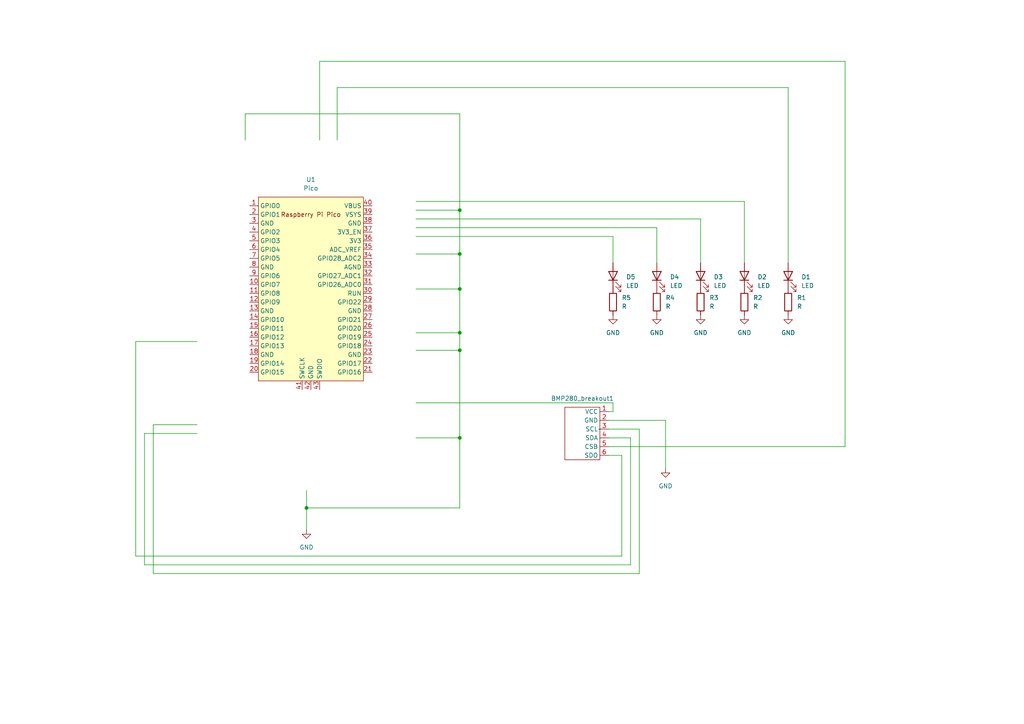
<source format=kicad_sch>
(kicad_sch (version 20230121) (generator eeschema)
  (paper "A4")
  (lib_symbols
    (symbol "Device:LED" (pin_numbers hide) (pin_names (offset 1.016) hide)
      (property "Reference" "D" (at 0 2.54 0))
      (property "Value" "LED" (at 0 -2.54 0))
      (symbol "LED_0_1"
        (polyline (pts (xy -1.27 -1.27) (xy -1.27 1.27)) (stroke (width 0.254)))
        (polyline (pts (xy -1.27 0) (xy 1.27 0)))
        (polyline (pts (xy 1.27 -1.27) (xy 1.27 1.27) (xy -1.27 0) (xy 1.27 -1.27)) (stroke (width 0.254)))
        (polyline (pts (xy -3.048 -0.762) (xy -4.572 -2.286) (xy -3.81 -2.286) (xy -4.572 -2.286) (xy -4.572 -1.524)))
        (polyline (pts (xy -1.778 -0.762) (xy -3.302 -2.286) (xy -2.54 -2.286) (xy -3.302 -2.286) (xy -3.302 -1.524)))
      )
      (symbol "LED_1_1"
        (pin passive line (at -3.81 0 0) (length 2.54) (name "K") (number "1"))
        (pin passive line (at 3.81 0 180) (length 2.54) (name "A") (number "2"))
      )
    )
    (symbol "Device:R" (pin_numbers hide) (pin_names (offset 0))
      (property "Reference" "R" (at 2.032 0 90))
      (property "Value" "R" (at 0 0 90))
      (symbol "R_0_1"
        (rectangle (start -1.016 -2.54) (end 1.016 2.54) (stroke (width 0.254)))
      )
      (symbol "R_1_1"
        (pin passive line (at 0 3.81 270) (length 1.27) (name "~") (number "1"))
        (pin passive line (at 0 -3.81 90) (length 1.27) (name "~") (number "2"))
      )
    )
    (symbol "MCU_RaspberryPi_and_Boards:Pico"
      (property "Reference" "U" (at -13.97 27.94 0))
      (property "Value" "Pico" (at 0 19.05 0))
      (symbol "Pico_0_0"
        (text "Raspberry Pi Pico" (at 0 21.59 0) (effects (font (size 1.27 1.27))))
      )
      (symbol "Pico_0_1"
        (rectangle (start -15.24 26.67) (end 15.24 -26.67) (fill (type background)))
      )
      (symbol "Pico_1_1"
        (pin bidirectional line (at -17.78 24.13 0) (length 2.54) (name "GPIO0") (number "1"))
        (pin bidirectional line (at -17.78 1.27 0) (length 2.54) (name "GPIO7") (number "10"))
        (pin bidirectional line (at -17.78 -1.27 0) (length 2.54) (name "GPIO8") (number "11"))
        (pin bidirectional line (at -17.78 -3.81 0) (length 2.54) (name "GPIO9") (number "12"))
        (pin power_in line (at -17.78 -6.35 0) (length 2.54) (name "GND") (number "13"))
        (pin bidirectional line (at -17.78 -8.89 0) (length 2.54) (name "GPIO10") (number "14"))
        (pin bidirectional line (at -17.78 -11.43 0) (length 2.54) (name "GPIO11") (number "15"))
        (pin bidirectional line (at -17.78 -13.97 0) (length 2.54) (name "GPIO12") (number "16"))
        (pin bidirectional line (at -17.78 -16.51 0) (length 2.54) (name "GPIO13") (number "17"))
        (pin power_in line (at -17.78 -19.05 0) (length 2.54) (name "GND") (number "18"))
        (pin bidirectional line (at -17.78 -21.59 0) (length 2.54) (name "GPIO14") (number "19"))
        (pin bidirectional line (at -17.78 21.59 0) (length 2.54) (name "GPIO1") (number "2"))
        (pin bidirectional line (at -17.78 -24.13 0) (length 2.54) (name "GPIO15") (number "20"))
        (pin bidirectional line (at 17.78 -24.13 180) (length 2.54) (name "GPIO16") (number "21"))
        (pin bidirectional line (at 17.78 -21.59 180) (length 2.54) (name "GPIO17") (number "22"))
        (pin power_in line (at 17.78 -19.05 180) (length 2.54) (name "GND") (number "23"))
        (pin bidirectional line (at 17.78 -16.51 180) (length 2.54) (name "GPIO18") (number "24"))
        (pin bidirectional line (at 17.78 -13.97 180) (length 2.54) (name "GPIO19") (number "25"))
        (pin bidirectional line (at 17.78 -11.43 180) (length 2.54) (name "GPIO20") (number "26"))
        (pin bidirectional line (at 17.78 -8.89 180) (length 2.54) (name "GPIO21") (number "27"))
        (pin power_in line (at 17.78 -6.35 180) (length 2.54) (name "GND") (number "28"))
        (pin bidirectional line (at 17.78 -3.81 180) (length 2.54) (name "GPIO22") (number "29"))
        (pin power_in line (at -17.78 19.05 0) (length 2.54) (name "GND") (number "3"))
        (pin input line (at 17.78 -1.27 180) (length 2.54) (name "RUN") (number "30"))
        (pin bidirectional line (at 17.78 1.27 180) (length 2.54) (name "GPIO26_ADC0") (number "31"))
        (pin bidirectional line (at 17.78 3.81 180) (length 2.54) (name "GPIO27_ADC1") (number "32"))
        (pin power_in line (at 17.78 6.35 180) (length 2.54) (name "AGND") (number "33"))
        (pin bidirectional line (at 17.78 8.89 180) (length 2.54) (name "GPIO28_ADC2") (number "34"))
        (pin power_in line (at 17.78 11.43 180) (length 2.54) (name "ADC_VREF") (number "35"))
        (pin power_in line (at 17.78 13.97 180) (length 2.54) (name "3V3") (number "36"))
        (pin input line (at 17.78 16.51 180) (length 2.54) (name "3V3_EN") (number "37"))
        (pin bidirectional line (at 17.78 19.05 180) (length 2.54) (name "GND") (number "38"))
        (pin power_in line (at 17.78 21.59 180) (length 2.54) (name "VSYS") (number "39"))
        (pin bidirectional line (at -17.78 16.51 0) (length 2.54) (name "GPIO2") (number "4"))
        (pin power_in line (at 17.78 24.13 180) (length 2.54) (name "VBUS") (number "40"))
        (pin input line (at -2.54 -29.21 90) (length 2.54) (name "SWCLK") (number "41"))
        (pin power_in line (at 0 -29.21 90) (length 2.54) (name "GND") (number "42"))
        (pin bidirectional line (at 2.54 -29.21 90) (length 2.54) (name "SWDIO") (number "43"))
        (pin bidirectional line (at -17.78 13.97 0) (length 2.54) (name "GPIO3") (number "5"))
        (pin bidirectional line (at -17.78 11.43 0) (length 2.54) (name "GPIO4") (number "6"))
        (pin bidirectional line (at -17.78 8.89 0) (length 2.54) (name "GPIO5") (number "7"))
        (pin power_in line (at -17.78 6.35 0) (length 2.54) (name "GND") (number "8"))
        (pin bidirectional line (at -17.78 3.81 0) (length 2.54) (name "GPIO6") (number "9"))
      )
    )
    (symbol "picolab:BMP280_breakout"
      (property "Reference" "BMP280_breakout1" (at -6.35 0 0))
      (property "Value" "~" (at 5.08 1.27 0))
      (symbol "BMP280_breakout_1_1"
        (rectangle (start -5.08 7.62) (end 5.08 -7.62))
        (pin input line (at 7.62 6.35 180) (length 2.54) (name "VCC") (number "1"))
        (pin input line (at 7.62 3.81 180) (length 2.54) (name "GND") (number "2"))
        (pin input line (at 7.62 1.27 180) (length 2.54) (name "SCL") (number "3"))
        (pin bidirectional line (at 7.62 -1.27 180) (length 2.54) (name "SDA") (number "4"))
        (pin bidirectional line (at 7.62 -3.81 180) (length 2.54) (name "CSB") (number "5"))
        (pin bidirectional line (at 7.62 -6.35 180) (length 2.54) (name "SDO") (number "6"))
      )
    )
    (symbol "power:GND" (power) (pin_names (offset 0))
      (property "Value" "GND" (at 0 -3.81 0))
      (symbol "GND_0_1"
        (polyline (pts (xy 0 0) (xy 0 -1.27) (xy 1.27 -1.27) (xy 0 -2.54) (xy -1.27 -1.27) (xy 0 -1.27)))
      )
      (symbol "GND_1_1"
        (pin power_in line (at 0 0 270) (length 0) hide (name "GND") (number "1"))
      )
    )
  )
  (junction (at 133.35 73.66))
  (junction (at 88.9 147.32))
  (junction (at 133.35 127))
  (junction (at 133.35 60.96))
  (junction (at 133.35 83.82))
  (junction (at 133.35 101.6))
  (junction (at 133.35 96.52))
  (wire (pts (xy 120.65 58.42) (xy 215.9 58.42)))
  (wire (pts (xy 41.91 125.73) (xy 41.91 163.83)))
  (wire (pts (xy 120.65 60.96) (xy 133.35 60.96)))
  (wire (pts (xy 39.37 99.06) (xy 39.37 161.29)))
  (wire (pts (xy 88.9 142.24) (xy 88.9 147.32)))
  (wire (pts (xy 44.45 123.19) (xy 44.45 166.37)))
  (wire (pts (xy 92.71 40.64) (xy 92.71 17.78)))
  (wire (pts (xy 57.15 123.19) (xy 44.45 123.19)))
  (wire (pts (xy 120.65 96.52) (xy 133.35 96.52)))
  (wire (pts (xy 133.35 101.6) (xy 133.35 127)))
  (wire (pts (xy 88.9 147.32) (xy 133.35 147.32)))
  (wire (pts (xy 177.8 68.58) (xy 177.8 76.2)))
  (wire (pts (xy 39.37 161.29) (xy 180.34 161.29)))
  (wire (pts (xy 120.65 101.6) (xy 133.35 101.6)))
  (wire (pts (xy 185.42 166.37) (xy 185.42 124.46)))
  (wire (pts (xy 57.15 99.06) (xy 39.37 99.06)))
  (wire (pts (xy 120.65 116.84) (xy 177.8 116.84)))
  (wire (pts (xy 228.6 25.4) (xy 228.6 76.2)))
  (wire (pts (xy 133.35 33.02) (xy 133.35 60.96)))
  (wire (pts (xy 133.35 73.66) (xy 133.35 83.82)))
  (wire (pts (xy 180.34 132.08) (xy 176.53 132.08)))
  (wire (pts (xy 176.53 129.54) (xy 245.11 129.54)))
  (wire (pts (xy 120.65 68.58) (xy 177.8 68.58)))
  (wire (pts (xy 120.65 83.82) (xy 133.35 83.82)))
  (wire (pts (xy 41.91 163.83) (xy 182.88 163.83)))
  (wire (pts (xy 176.53 121.92) (xy 193.04 121.92)))
  (wire (pts (xy 177.8 116.84) (xy 177.8 119.38)))
  (wire (pts (xy 185.42 124.46) (xy 176.53 124.46)))
  (wire (pts (xy 133.35 127) (xy 133.35 147.32)))
  (wire (pts (xy 120.65 63.5) (xy 203.2 63.5)))
  (wire (pts (xy 71.12 33.02) (xy 133.35 33.02)))
  (wire (pts (xy 133.35 60.96) (xy 133.35 73.66)))
  (wire (pts (xy 193.04 121.92) (xy 193.04 135.89)))
  (wire (pts (xy 120.65 73.66) (xy 133.35 73.66)))
  (wire (pts (xy 92.71 17.78) (xy 245.11 17.78)))
  (wire (pts (xy 120.65 127) (xy 133.35 127)))
  (wire (pts (xy 97.79 25.4) (xy 228.6 25.4)))
  (wire (pts (xy 180.34 161.29) (xy 180.34 132.08)))
  (wire (pts (xy 57.15 125.73) (xy 41.91 125.73)))
  (wire (pts (xy 177.8 119.38) (xy 176.53 119.38)))
  (wire (pts (xy 215.9 58.42) (xy 215.9 76.2)))
  (wire (pts (xy 245.11 17.78) (xy 245.11 129.54)))
  (wire (pts (xy 71.12 40.64) (xy 71.12 33.02)))
  (wire (pts (xy 88.9 147.32) (xy 88.9 153.67)))
  (wire (pts (xy 133.35 96.52) (xy 133.35 101.6)))
  (wire (pts (xy 190.5 66.04) (xy 190.5 76.2)))
  (wire (pts (xy 120.65 66.04) (xy 190.5 66.04)))
  (wire (pts (xy 44.45 166.37) (xy 185.42 166.37)))
  (wire (pts (xy 182.88 127) (xy 176.53 127)))
  (wire (pts (xy 133.35 83.82) (xy 133.35 96.52)))
  (wire (pts (xy 97.79 40.64) (xy 97.79 25.4)))
  (wire (pts (xy 203.2 63.5) (xy 203.2 76.2)))
  (wire (pts (xy 182.88 163.83) (xy 182.88 127)))
  (symbol (lib_id "Device:R") (at 228.6 87.63 0) (unit 1)
    (property "Reference" "R1" (at 231.14 86.36 0) (effects (justify left)))
    (property "Value" "R" (at 231.14 88.9 0) (effects (justify left)))
    (property "Footprint" "Resistor_THT:R_Axial_DIN0207_L6.3mm_D2.5mm_P7.62mm_Horizontal" (effects hide))
  )
  (symbol (lib_id "MCU_RaspberryPi_and_Boards:Pico") (at 90.17 83.82 0) (unit 1)
    (property "Reference" "U1" (at 90.17 52.07 0))
    (property "Value" "Pico" (at 90.17 54.61 0))
    (property "Footprint" "RPi_Pico:RPi_Pico_SMD_TH" (effects hide))
  )
  (symbol (lib_id "power:GND") (at 215.9 91.44 0) (unit 1)
    (property "Reference" "#PWR04" (effects hide))
    (property "Value" "GND" (at 215.9 96.52 0))
  )
  (symbol (lib_id "power:GND") (at 190.5 91.44 0) (unit 1)
    (property "Reference" "#PWR02" (effects hide))
    (property "Value" "GND" (at 190.5 96.52 0))
  )
  (symbol (lib_id "power:GND") (at 193.04 135.89 0) (unit 1)
    (property "Reference" "#PWR07" (effects hide))
    (property "Value" "GND" (at 193.04 140.97 0))
  )
  (symbol (lib_id "Device:LED") (at 228.6 80.01 90) (unit 1)
    (property "Reference" "D1" (at 232.41 80.3275 90) (effects (justify right)))
    (property "Value" "LED" (at 232.41 82.8675 90) (effects (justify right)))
    (property "Footprint" "LED_THT:LED_D3.0mm" (effects hide))
  )
  (symbol (lib_id "Device:LED") (at 215.9 80.01 90) (unit 1)
    (property "Reference" "D2" (at 219.71 80.3275 90) (effects (justify right)))
    (property "Value" "LED" (at 219.71 82.8675 90) (effects (justify right)))
    (property "Footprint" "LED_THT:LED_D3.0mm" (effects hide))
  )
  (symbol (lib_id "power:GND") (at 228.6 91.44 0) (unit 1)
    (property "Reference" "#PWR05" (effects hide))
    (property "Value" "GND" (at 228.6 96.52 0))
  )
  (symbol (lib_id "Device:R") (at 190.5 87.63 0) (unit 1)
    (property "Reference" "R4" (at 193.04 86.36 0) (effects (justify left)))
    (property "Value" "R" (at 193.04 88.9 0) (effects (justify left)))
    (property "Footprint" "Resistor_THT:R_Axial_DIN0207_L6.3mm_D2.5mm_P7.62mm_Horizontal" (effects hide))
  )
  (symbol (lib_id "Device:LED") (at 177.8 80.01 90) (unit 1)
    (property "Reference" "D5" (at 181.61 80.3275 90) (effects (justify right)))
    (property "Value" "LED" (at 181.61 82.8675 90) (effects (justify right)))
    (property "Footprint" "LED_THT:LED_D3.0mm" (effects hide))
  )
  (symbol (lib_id "Device:R") (at 203.2 87.63 0) (unit 1)
    (property "Reference" "R3" (at 205.74 86.36 0) (effects (justify left)))
    (property "Value" "R" (at 205.74 88.9 0) (effects (justify left)))
    (property "Footprint" "Resistor_THT:R_Axial_DIN0207_L6.3mm_D2.5mm_P7.62mm_Horizontal" (effects hide))
  )
  (symbol (lib_id "Device:R") (at 177.8 87.63 0) (unit 1)
    (property "Reference" "R5" (at 180.34 86.36 0) (effects (justify left)))
    (property "Value" "R" (at 180.34 88.9 0) (effects (justify left)))
    (property "Footprint" "Resistor_THT:R_Axial_DIN0207_L6.3mm_D2.5mm_P7.62mm_Horizontal" (effects hide))
  )
  (symbol (lib_id "Device:R") (at 215.9 87.63 0) (unit 1)
    (property "Reference" "R2" (at 218.44 86.36 0) (effects (justify left)))
    (property "Value" "R" (at 218.44 88.9 0) (effects (justify left)))
    (property "Footprint" "Resistor_THT:R_Axial_DIN0207_L6.3mm_D2.5mm_P7.62mm_Horizontal" (effects hide))
  )
  (symbol (lib_id "power:GND") (at 203.2 91.44 0) (unit 1)
    (property "Reference" "#PWR03" (effects hide))
    (property "Value" "GND" (at 203.2 96.52 0))
  )
  (symbol (lib_id "picolab:BMP280_breakout") (at 168.91 125.73 0) (unit 1)
    (property "Reference" "BMP280_breakout1" (at 168.91 115.57 0))
    (property "Value" "~" (at 173.99 124.46 0))
    (property "Footprint" "Connector_PinHeader_2.54mm:PinHeader_1x06_P2.54mm_Vertical" (effects hide))
  )
  (symbol (lib_id "Device:LED") (at 190.5 80.01 90) (unit 1)
    (property "Reference" "D4" (at 194.31 80.3275 90) (effects (justify right)))
    (property "Value" "LED" (at 194.31 82.8675 90) (effects (justify right)))
    (property "Footprint" "LED_THT:LED_D3.0mm" (effects hide))
  )
  (symbol (lib_id "Device:LED") (at 203.2 80.01 90) (unit 1)
    (property "Reference" "D3" (at 207.01 80.3275 90) (effects (justify right)))
    (property "Value" "LED" (at 207.01 82.8675 90) (effects (justify right)))
    (property "Footprint" "LED_THT:LED_D3.0mm" (effects hide))
  )
  (symbol (lib_id "power:GND") (at 88.9 153.67 0) (unit 1)
    (property "Reference" "#PWR06" (effects hide))
    (property "Value" "GND" (at 88.9 158.75 0))
  )
  (symbol (lib_id "power:GND") (at 177.8 91.44 0) (unit 1)
    (property "Reference" "#PWR01" (effects hide))
    (property "Value" "GND" (at 177.8 96.52 0))
  )
)
</source>
